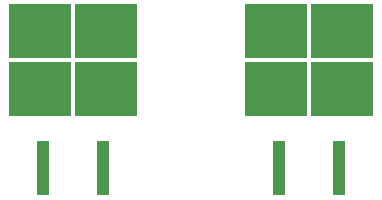
<source format=gbp>
G04 #@! TF.GenerationSoftware,KiCad,Pcbnew,(6.0.11)*
G04 #@! TF.CreationDate,2023-03-15T17:37:52+01:00*
G04 #@! TF.ProjectId,ProtoBoard,50726f74-6f42-46f6-9172-642e6b696361,rev?*
G04 #@! TF.SameCoordinates,Original*
G04 #@! TF.FileFunction,Paste,Bot*
G04 #@! TF.FilePolarity,Positive*
%FSLAX46Y46*%
G04 Gerber Fmt 4.6, Leading zero omitted, Abs format (unit mm)*
G04 Created by KiCad (PCBNEW (6.0.11)) date 2023-03-15 17:37:52*
%MOMM*%
%LPD*%
G01*
G04 APERTURE LIST*
%ADD10R,5.250000X4.550000*%
%ADD11R,1.100000X4.600000*%
G04 APERTURE END LIST*
D10*
X79875000Y-74950000D03*
X85425000Y-74950000D03*
X85425000Y-79800000D03*
X79875000Y-79800000D03*
D11*
X85190000Y-86525000D03*
X80110000Y-86525000D03*
D10*
X59875000Y-79800000D03*
X59875000Y-74950000D03*
X65425000Y-74950000D03*
X65425000Y-79800000D03*
D11*
X65190000Y-86525000D03*
X60110000Y-86525000D03*
M02*

</source>
